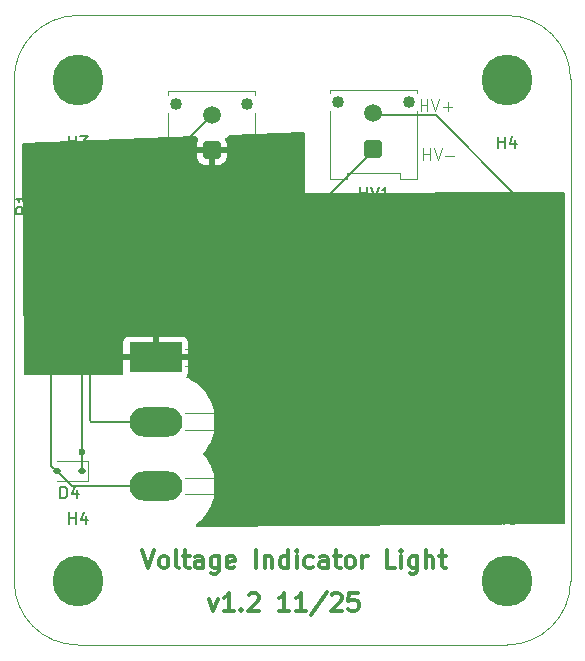
<source format=gbr>
%TF.GenerationSoftware,KiCad,Pcbnew,9.0.4*%
%TF.CreationDate,2025-11-13T15:22:34-08:00*%
%TF.ProjectId,VOLTAGE_INDICATOR_FINAL,564f4c54-4147-4455-9f49-4e4449434154,rev?*%
%TF.SameCoordinates,Original*%
%TF.FileFunction,Profile,NP*%
%FSLAX46Y46*%
G04 Gerber Fmt 4.6, Leading zero omitted, Abs format (unit mm)*
G04 Created by KiCad (PCBNEW 9.0.4) date 2025-11-13 15:22:34*
%MOMM*%
%LPD*%
G01*
G04 APERTURE LIST*
G04 Aperture macros list*
%AMRoundRect*
0 Rectangle with rounded corners*
0 $1 Rounding radius*
0 $2 $3 $4 $5 $6 $7 $8 $9 X,Y pos of 4 corners*
0 Add a 4 corners polygon primitive as box body*
4,1,4,$2,$3,$4,$5,$6,$7,$8,$9,$2,$3,0*
0 Add four circle primitives for the rounded corners*
1,1,$1+$1,$2,$3*
1,1,$1+$1,$4,$5*
1,1,$1+$1,$6,$7*
1,1,$1+$1,$8,$9*
0 Add four rect primitives between the rounded corners*
20,1,$1+$1,$2,$3,$4,$5,0*
20,1,$1+$1,$4,$5,$6,$7,0*
20,1,$1+$1,$6,$7,$8,$9,0*
20,1,$1+$1,$8,$9,$2,$3,0*%
G04 Aperture macros list end*
%TA.AperFunction,Profile*%
%ADD10C,0.050000*%
%TD*%
%TA.AperFunction,ComponentPad*%
%ADD11RoundRect,0.250001X0.499999X0.499999X-0.499999X0.499999X-0.499999X-0.499999X0.499999X-0.499999X0*%
%TD*%
%TA.AperFunction,ComponentPad*%
%ADD12C,1.500000*%
%TD*%
%TA.AperFunction,ComponentPad*%
%ADD13R,4.500000X2.500000*%
%TD*%
%TA.AperFunction,ComponentPad*%
%ADD14O,4.500000X2.500000*%
%TD*%
%TA.AperFunction,ViaPad*%
%ADD15C,0.600000*%
%TD*%
%TA.AperFunction,Conductor*%
%ADD16C,0.200000*%
%TD*%
%ADD17C,1.020000*%
%ADD18RoundRect,0.250001X0.499999X0.499999X-0.499999X0.499999X-0.499999X-0.499999X0.499999X-0.499999X0*%
%ADD19C,1.500000*%
%ADD20C,3.600000*%
%ADD21R,4.500000X2.500000*%
%ADD22O,4.500000X2.500000*%
%ADD23C,4.300000*%
%TA.AperFunction,SMDPad,CuDef*%
%ADD24RoundRect,0.250001X-0.462499X-0.624999X0.462499X-0.624999X0.462499X0.624999X-0.462499X0.624999X0*%
%TD*%
%TA.AperFunction,SMDPad,CuDef*%
%ADD25RoundRect,0.250001X-0.624999X0.462499X-0.624999X-0.462499X0.624999X-0.462499X0.624999X0.462499X0*%
%TD*%
%TA.AperFunction,SMDPad,CuDef*%
%ADD26RoundRect,0.250000X0.300000X0.300000X-0.300000X0.300000X-0.300000X-0.300000X0.300000X-0.300000X0*%
%TD*%
%TA.AperFunction,SMDPad,CuDef*%
%ADD27RoundRect,0.112500X0.187500X0.112500X-0.187500X0.112500X-0.187500X-0.112500X0.187500X-0.112500X0*%
%TD*%
%TA.AperFunction,SMDPad,CuDef*%
%ADD28RoundRect,0.150000X0.150000X0.200000X-0.150000X0.200000X-0.150000X-0.200000X0.150000X-0.200000X0*%
%TD*%
%TA.AperFunction,SMDPad,CuDef*%
%ADD29RoundRect,0.250000X0.450000X-0.350000X0.450000X0.350000X-0.450000X0.350000X-0.450000X-0.350000X0*%
%TD*%
%ADD30RoundRect,0.250001X-0.462499X-0.624999X0.462499X-0.624999X0.462499X0.624999X-0.462499X0.624999X0*%
%ADD31RoundRect,0.250001X-0.624999X0.462499X-0.624999X-0.462499X0.624999X-0.462499X0.624999X0.462499X0*%
%ADD32RoundRect,0.250000X0.300000X0.300000X-0.300000X0.300000X-0.300000X-0.300000X0.300000X-0.300000X0*%
%ADD33RoundRect,0.112500X0.187500X0.112500X-0.187500X0.112500X-0.187500X-0.112500X0.187500X-0.112500X0*%
%ADD34RoundRect,0.150000X0.150000X0.200000X-0.150000X0.200000X-0.150000X-0.200000X0.150000X-0.200000X0*%
%ADD35RoundRect,0.250000X0.450000X-0.350000X0.450000X0.350000X-0.450000X0.350000X-0.450000X-0.350000X0*%
%ADD36C,0.300000*%
%ADD37C,0.100000*%
%ADD38C,0.150000*%
%ADD39C,0.120000*%
G04 APERTURE END LIST*
D10*
X113270000Y-73490000D02*
G75*
G02*
X118670000Y-68090000I5400000J0D01*
G01*
X160370000Y-115990000D02*
G75*
G02*
X154970000Y-121390000I-5400000J0D01*
G01*
X154970000Y-68090000D02*
G75*
G02*
X160370000Y-73490000I0J-5400000D01*
G01*
X154970000Y-121390000D02*
X118670000Y-121390000D01*
X160370000Y-73490000D02*
X160370000Y-115990000D01*
X118670000Y-68090000D02*
X154970000Y-68090000D01*
X118670000Y-121390000D02*
G75*
G02*
X113270000Y-115990000I0J5400000D01*
G01*
X113270000Y-115990000D02*
X113270000Y-73490000D01*
D11*
%TO.P,HV1,1,Pin_1*%
%TO.N,/HV-*%
X143675000Y-79390000D03*
D12*
%TO.P,HV1,2,Pin_2*%
%TO.N,/HV+*%
X143675000Y-76390000D03*
%TD*%
D11*
%TO.P,LED1,1,Pin_1*%
%TO.N,/HV-_fused*%
X130000000Y-79500000D03*
D12*
%TO.P,LED1,2,Pin_2*%
%TO.N,/LED+*%
X130000000Y-76500000D03*
%TD*%
D13*
%TO.P,Q2,1,G*%
%TO.N,/HV-_fused*%
X125240000Y-97030000D03*
D14*
%TO.P,Q2,2,D*%
%TO.N,Net-(D3-A)*%
X125240000Y-102480000D03*
%TO.P,Q2,3,S*%
%TO.N,Net-(D4-A2)*%
X125240000Y-107930000D03*
%TD*%
D15*
%TO.N,/HV-_fused*%
X132925000Y-85325000D03*
X146150000Y-97225000D03*
X134750000Y-100425000D03*
X132925000Y-106875000D03*
X141525000Y-106900000D03*
X133800000Y-104525000D03*
X140350000Y-107825000D03*
X147600000Y-106675000D03*
X135200000Y-107850000D03*
X152925000Y-109800000D03*
X154025000Y-109800000D03*
X155475000Y-109800000D03*
X156550000Y-106825000D03*
X159350000Y-101750000D03*
X138675000Y-99550000D03*
X151550000Y-99100000D03*
X137300000Y-100425000D03*
X142775000Y-107700000D03*
X139175000Y-94125000D03*
X140075000Y-104500000D03*
X141075000Y-97225000D03*
X159200000Y-96350000D03*
X142700000Y-105825000D03*
X143925000Y-107675000D03*
X151625000Y-99975000D03*
X137500000Y-109750000D03*
X141075000Y-101475000D03*
X156000000Y-92975000D03*
X143300000Y-100075000D03*
X152950000Y-97175000D03*
X125225000Y-93250000D03*
X132675000Y-109775000D03*
X155400000Y-105850000D03*
X150175000Y-100975000D03*
X139825000Y-96275000D03*
X158200000Y-98825000D03*
X156750000Y-98175000D03*
X127300000Y-93250000D03*
X150725000Y-94000000D03*
X148400000Y-93000000D03*
X158975000Y-109950000D03*
X145050000Y-107675000D03*
X141675000Y-93050000D03*
X156500000Y-103050000D03*
X143925000Y-110750000D03*
X150200000Y-110725000D03*
X137300000Y-97175000D03*
X155250000Y-103000000D03*
X142775000Y-106700000D03*
X129925000Y-98200000D03*
X143300000Y-99075000D03*
X139825000Y-100425000D03*
X133625000Y-98175000D03*
X157800000Y-108850000D03*
X143625000Y-97225000D03*
X142525000Y-98225000D03*
X128475000Y-98200000D03*
X154200000Y-98175000D03*
X137225000Y-99550000D03*
X154125000Y-96300000D03*
X147525000Y-105800000D03*
X158275000Y-101700000D03*
X158900000Y-107000000D03*
X130950000Y-95325000D03*
X144975000Y-105800000D03*
X147875000Y-98175000D03*
X138750000Y-97175000D03*
X141675000Y-94050000D03*
X143625000Y-98225000D03*
X134000000Y-106875000D03*
X133950000Y-94075000D03*
X138675000Y-95300000D03*
X149050000Y-109750000D03*
X156675000Y-95300000D03*
X134750000Y-101425000D03*
X151625000Y-104000000D03*
X158125000Y-95300000D03*
X150125000Y-108850000D03*
X145000000Y-96350000D03*
X159275000Y-98825000D03*
X151600000Y-105550000D03*
X152850000Y-105850000D03*
X148975000Y-103025000D03*
X155325000Y-104975000D03*
X147900000Y-100000000D03*
X133550000Y-97200000D03*
X150125000Y-109750000D03*
X158275000Y-99875000D03*
X153025000Y-98150000D03*
X152725000Y-103000000D03*
X145000000Y-95350000D03*
X130575000Y-94225000D03*
X138850000Y-102650000D03*
X143850000Y-108875000D03*
X158975000Y-94075000D03*
X146700000Y-98975000D03*
X139900000Y-101400000D03*
X152850000Y-107925000D03*
X149250000Y-96300000D03*
X154175000Y-100975000D03*
X155250000Y-102100000D03*
X153000000Y-92975000D03*
X142775000Y-110775000D03*
X157875000Y-93000000D03*
X140275000Y-94125000D03*
X131025000Y-97200000D03*
X149050000Y-110750000D03*
X156425000Y-102175000D03*
X144975000Y-108875000D03*
X155250000Y-99075000D03*
X149475000Y-93000000D03*
X137475000Y-103525000D03*
X155325000Y-100950000D03*
X144475000Y-93000000D03*
X134875000Y-108875000D03*
X142700000Y-108900000D03*
X139200000Y-106850000D03*
X156475000Y-104950000D03*
X126200000Y-94250000D03*
X158200000Y-97175000D03*
X132650000Y-104550000D03*
X147600000Y-109750000D03*
X148975000Y-108875000D03*
X151675000Y-108500000D03*
X136125000Y-95300000D03*
X155575000Y-95300000D03*
X135400000Y-93075000D03*
X142775000Y-109775000D03*
X140000000Y-103525000D03*
X146500000Y-106675000D03*
X149550000Y-93975000D03*
X132475000Y-100450000D03*
X150175000Y-99975000D03*
X151675000Y-107425000D03*
X158300000Y-102375000D03*
X151900000Y-92975000D03*
X133475000Y-95325000D03*
X132400000Y-95325000D03*
X147600000Y-110750000D03*
X146500000Y-109750000D03*
X128300000Y-94250000D03*
X134750000Y-98175000D03*
X132575000Y-102675000D03*
X134000000Y-105975000D03*
X159275000Y-99875000D03*
X157800000Y-109850000D03*
X152725000Y-99975000D03*
X138750000Y-100425000D03*
X147825000Y-102150000D03*
X141175000Y-102700000D03*
X152875000Y-95300000D03*
X132475000Y-97200000D03*
X135400000Y-94075000D03*
X128400000Y-95325000D03*
X151625000Y-100975000D03*
X127300000Y-94250000D03*
X136650000Y-106850000D03*
X117750000Y-87000000D03*
X134675000Y-96300000D03*
X142525000Y-97225000D03*
X159300000Y-98050000D03*
X150175000Y-104000000D03*
X133950000Y-93075000D03*
X136300000Y-102650000D03*
X136400000Y-109750000D03*
X137675000Y-105975000D03*
X135200000Y-106850000D03*
X139825000Y-97175000D03*
X134850000Y-102650000D03*
X146425000Y-105800000D03*
X131025000Y-98200000D03*
X150725000Y-93000000D03*
X140275000Y-105950000D03*
X152925000Y-108800000D03*
X150175000Y-103000000D03*
X143850000Y-109775000D03*
X141525000Y-107900000D03*
X140275000Y-93125000D03*
X146425000Y-108875000D03*
X152650000Y-102125000D03*
X150100000Y-99100000D03*
X153975000Y-93975000D03*
X147525000Y-108875000D03*
X156750000Y-97175000D03*
X157725000Y-106900000D03*
X136375000Y-104525000D03*
X153950000Y-107925000D03*
X151750000Y-109375000D03*
X157075000Y-92975000D03*
X148400000Y-94000000D03*
X133750000Y-109775000D03*
X146500000Y-110750000D03*
X153875000Y-104975000D03*
X145925000Y-94000000D03*
X151550000Y-102125000D03*
X141250000Y-104575000D03*
X155475000Y-108800000D03*
X132600000Y-108900000D03*
X157725000Y-105900000D03*
X134950000Y-109750000D03*
X132400000Y-99575000D03*
X147025000Y-94000000D03*
X145050000Y-106675000D03*
X133725000Y-102650000D03*
X133725000Y-103550000D03*
X154200000Y-97175000D03*
X158225000Y-98000000D03*
X154175000Y-99975000D03*
X142200000Y-100075000D03*
X145075000Y-97225000D03*
X137750000Y-106850000D03*
X156475000Y-105850000D03*
X152725000Y-104000000D03*
X154100000Y-99100000D03*
X132850000Y-93075000D03*
X132675000Y-110775000D03*
X155650000Y-98175000D03*
X130575000Y-93225000D03*
X153950000Y-106850000D03*
X146700000Y-99975000D03*
X138925000Y-103525000D03*
X149050000Y-104000000D03*
X158950000Y-93050000D03*
X138675000Y-96300000D03*
X157725000Y-107975000D03*
X159275000Y-97175000D03*
X153000000Y-93975000D03*
X156550000Y-108800000D03*
X136200000Y-100425000D03*
X141000000Y-99600000D03*
X136325000Y-108875000D03*
X134675000Y-99550000D03*
X150125000Y-105775000D03*
X156500000Y-100025000D03*
X153975000Y-92975000D03*
X136400000Y-110750000D03*
X137725000Y-93125000D03*
X151875000Y-98175000D03*
X125225000Y-94250000D03*
X142450000Y-96350000D03*
X145600000Y-99975000D03*
X137500000Y-110750000D03*
X158125000Y-96300000D03*
X137225000Y-96300000D03*
X126200000Y-93250000D03*
X129850000Y-95325000D03*
X150100000Y-102125000D03*
X133550000Y-96300000D03*
X137475000Y-104525000D03*
X151900000Y-93975000D03*
X155575000Y-96300000D03*
X154125000Y-95300000D03*
X138875000Y-108875000D03*
X153950000Y-105850000D03*
X151800000Y-96300000D03*
X151800000Y-95300000D03*
X146500000Y-107675000D03*
X137300000Y-98175000D03*
X147600000Y-107675000D03*
X143550000Y-95350000D03*
X148975000Y-99100000D03*
X128475000Y-97200000D03*
X151750000Y-110375000D03*
X151875000Y-97175000D03*
X145050000Y-109750000D03*
X145600000Y-98975000D03*
X150425000Y-97175000D03*
X140025000Y-108850000D03*
X139125000Y-105975000D03*
X136200000Y-98175000D03*
X138925000Y-104525000D03*
X152775000Y-104975000D03*
X141275000Y-109800000D03*
X156675000Y-96300000D03*
X149050000Y-106675000D03*
X139825000Y-99525000D03*
X148975000Y-105800000D03*
X132850000Y-94075000D03*
X132475000Y-101450000D03*
X139175000Y-93125000D03*
X139900000Y-98150000D03*
X132650000Y-103550000D03*
X156425000Y-99150000D03*
X157650000Y-105025000D03*
X150200000Y-107650000D03*
X129925000Y-97200000D03*
X133750000Y-108875000D03*
X149250000Y-95300000D03*
X145925000Y-93000000D03*
X155050000Y-94025000D03*
X158825000Y-105125000D03*
X141250000Y-103575000D03*
X145050000Y-110750000D03*
X135125000Y-105975000D03*
X130950000Y-96325000D03*
X150125000Y-106675000D03*
X141075000Y-98225000D03*
X136200000Y-97175000D03*
X154175000Y-104000000D03*
X158975000Y-108950000D03*
X134075000Y-107850000D03*
X150350000Y-95300000D03*
X132400000Y-96325000D03*
X141200000Y-108925000D03*
X151675000Y-106425000D03*
X155400000Y-107925000D03*
X148975000Y-100000000D03*
X158300000Y-104200000D03*
X148975000Y-102125000D03*
X155050000Y-92975000D03*
X138950000Y-110750000D03*
X149325000Y-98175000D03*
X137225000Y-95300000D03*
X136475000Y-93075000D03*
X150425000Y-98175000D03*
X155400000Y-106850000D03*
X140275000Y-106850000D03*
X152725000Y-100975000D03*
X159375000Y-104250000D03*
X154025000Y-108800000D03*
X133550000Y-100450000D03*
X129375000Y-93250000D03*
X157900000Y-94025000D03*
X147900000Y-101000000D03*
X145075000Y-98225000D03*
X134925000Y-103525000D03*
X137725000Y-94125000D03*
X137400000Y-102650000D03*
X129850000Y-96325000D03*
X159375000Y-103200000D03*
X142750000Y-93050000D03*
X156500000Y-101025000D03*
X140000000Y-102625000D03*
X147800000Y-95300000D03*
X143850000Y-106700000D03*
X152650000Y-99100000D03*
X133550000Y-99550000D03*
X156000000Y-93975000D03*
X159350000Y-100700000D03*
X137425000Y-108875000D03*
X133625000Y-101425000D03*
X147800000Y-96300000D03*
X159200000Y-95300000D03*
X136125000Y-96300000D03*
X134950000Y-110750000D03*
X136125000Y-99550000D03*
X136200000Y-101425000D03*
X147875000Y-97175000D03*
X144475000Y-94000000D03*
X132475000Y-98200000D03*
X142200000Y-99075000D03*
X140025000Y-109750000D03*
X128400000Y-96325000D03*
X154100000Y-102125000D03*
X158300000Y-103200000D03*
X140100000Y-110725000D03*
X158900000Y-108075000D03*
X146150000Y-96325000D03*
X151625000Y-103000000D03*
X143550000Y-96350000D03*
X154175000Y-103000000D03*
X149050000Y-100975000D03*
X139750000Y-95300000D03*
X136375000Y-103525000D03*
X139200000Y-107850000D03*
X134750000Y-97175000D03*
X134925000Y-104525000D03*
X142825000Y-94025000D03*
X137750000Y-107850000D03*
X141450000Y-106025000D03*
X149050000Y-107675000D03*
X156500000Y-104050000D03*
X138950000Y-109750000D03*
X157075000Y-94025000D03*
X155250000Y-99975000D03*
X136550000Y-94050000D03*
X141075000Y-100475000D03*
X129450000Y-94225000D03*
X155325000Y-103975000D03*
X136575000Y-105975000D03*
X155650000Y-97175000D03*
X128300000Y-93250000D03*
X158275000Y-100700000D03*
X147900000Y-103025000D03*
X132850000Y-106000000D03*
X152950000Y-96275000D03*
X158900000Y-106000000D03*
X141275000Y-110800000D03*
X134675000Y-95300000D03*
X156550000Y-107900000D03*
X146075000Y-95350000D03*
X141000000Y-95350000D03*
X141000000Y-96350000D03*
X159300000Y-102375000D03*
X152850000Y-106850000D03*
X143850000Y-105800000D03*
X147025000Y-93000000D03*
X118975000Y-105050000D03*
X146225000Y-98200000D03*
X150350000Y-96300000D03*
X147900000Y-104025000D03*
X137300000Y-101425000D03*
X156625000Y-109775000D03*
X138750000Y-98175000D03*
X136650000Y-107850000D03*
X147825000Y-99125000D03*
X138750000Y-101425000D03*
X133825000Y-110750000D03*
X149325000Y-97175000D03*
X132925000Y-107875000D03*
X142450000Y-95350000D03*
%TD*%
D16*
%TO.N,/HV-_fused*%
X130000000Y-79500000D02*
X130000000Y-80140000D01*
X118975000Y-105050000D02*
X118975000Y-98025000D01*
X125240000Y-96960000D02*
X125240000Y-97030000D01*
X134160000Y-84800000D02*
X134160000Y-85090000D01*
%TD*%
%TA.AperFunction,Conductor*%
%TO.N,/HV-_fused*%
G36*
X137797240Y-77973905D02*
G01*
X137845116Y-78024794D01*
X137858523Y-78080732D01*
X137864354Y-83139766D01*
X137864354Y-83139765D01*
X137864355Y-83139767D01*
X159744946Y-83040871D01*
X159812067Y-83060252D01*
X159858060Y-83112848D01*
X159869500Y-83164869D01*
X159869500Y-111053227D01*
X159849815Y-111120266D01*
X159797011Y-111166021D01*
X159759893Y-111174218D01*
X130900000Y-111107903D01*
X130882416Y-102345602D01*
X143049500Y-102345602D01*
X143049500Y-102614397D01*
X143084582Y-102880880D01*
X143084583Y-102880885D01*
X143084584Y-102880891D01*
X143084585Y-102880893D01*
X143154152Y-103140524D01*
X143257011Y-103388850D01*
X143257019Y-103388866D01*
X143337830Y-103528832D01*
X143391413Y-103621641D01*
X143391415Y-103621644D01*
X143391416Y-103621645D01*
X143555042Y-103834888D01*
X143555048Y-103834895D01*
X143745104Y-104024951D01*
X143745110Y-104024956D01*
X143958359Y-104188587D01*
X144107968Y-104274964D01*
X144191133Y-104322980D01*
X144191149Y-104322988D01*
X144346008Y-104387132D01*
X144439474Y-104425847D01*
X144699109Y-104495416D01*
X144887319Y-104520193D01*
X144965602Y-104530500D01*
X144965603Y-104530500D01*
X145234398Y-104530500D01*
X145294905Y-104522534D01*
X145500891Y-104495416D01*
X145760526Y-104425847D01*
X145987836Y-104331692D01*
X146008850Y-104322988D01*
X146008853Y-104322986D01*
X146008859Y-104322984D01*
X146241641Y-104188587D01*
X146454890Y-104024956D01*
X146644956Y-103834890D01*
X146808587Y-103621641D01*
X146942984Y-103388859D01*
X147045847Y-103140526D01*
X147115416Y-102880891D01*
X147150500Y-102614397D01*
X147150500Y-102345603D01*
X147115416Y-102079109D01*
X147045847Y-101819474D01*
X147000795Y-101710710D01*
X146942988Y-101571149D01*
X146942980Y-101571133D01*
X146853743Y-101416572D01*
X146808587Y-101338359D01*
X146644956Y-101125110D01*
X146644951Y-101125104D01*
X146454895Y-100935048D01*
X146454888Y-100935042D01*
X146241645Y-100771416D01*
X146241644Y-100771415D01*
X146241641Y-100771413D01*
X146148832Y-100717830D01*
X146008866Y-100637019D01*
X146008850Y-100637011D01*
X145760524Y-100534152D01*
X145630708Y-100499368D01*
X145500891Y-100464584D01*
X145500885Y-100464583D01*
X145500880Y-100464582D01*
X145234398Y-100429500D01*
X145234397Y-100429500D01*
X144965603Y-100429500D01*
X144965602Y-100429500D01*
X144699119Y-100464582D01*
X144699112Y-100464583D01*
X144699109Y-100464584D01*
X144644239Y-100479286D01*
X144439475Y-100534152D01*
X144191149Y-100637011D01*
X144191133Y-100637019D01*
X143958354Y-100771416D01*
X143745111Y-100935042D01*
X143745104Y-100935048D01*
X143555048Y-101125104D01*
X143555042Y-101125111D01*
X143391416Y-101338354D01*
X143257019Y-101571133D01*
X143257011Y-101571149D01*
X143154152Y-101819475D01*
X143084585Y-102079106D01*
X143084582Y-102079119D01*
X143049500Y-102345602D01*
X130882416Y-102345602D01*
X130875000Y-98650000D01*
X127857765Y-98623060D01*
X127933350Y-98522093D01*
X127933354Y-98522086D01*
X127983596Y-98387379D01*
X127983598Y-98387372D01*
X127989999Y-98327844D01*
X127990000Y-98327827D01*
X127990000Y-97280000D01*
X125948241Y-97280000D01*
X125961178Y-97248767D01*
X125990000Y-97103869D01*
X125990000Y-96956131D01*
X125961178Y-96811233D01*
X125948241Y-96780000D01*
X127990000Y-96780000D01*
X127990000Y-95732172D01*
X127989999Y-95732155D01*
X127983598Y-95672627D01*
X127983596Y-95672620D01*
X127933354Y-95537913D01*
X127933350Y-95537906D01*
X127847190Y-95422812D01*
X127847187Y-95422809D01*
X127732093Y-95336649D01*
X127732086Y-95336645D01*
X127597379Y-95286403D01*
X127597372Y-95286401D01*
X127537844Y-95280000D01*
X125490000Y-95280000D01*
X125490000Y-96321759D01*
X125458767Y-96308822D01*
X125313869Y-96280000D01*
X125166131Y-96280000D01*
X125021233Y-96308822D01*
X124990000Y-96321759D01*
X124990000Y-95280000D01*
X122942155Y-95280000D01*
X122882627Y-95286401D01*
X122882620Y-95286403D01*
X122747913Y-95336645D01*
X122747906Y-95336649D01*
X122632812Y-95422809D01*
X122632809Y-95422812D01*
X122546649Y-95537906D01*
X122546645Y-95537913D01*
X122496403Y-95672620D01*
X122496401Y-95672627D01*
X122490000Y-95732155D01*
X122490000Y-96780000D01*
X124531759Y-96780000D01*
X124518822Y-96811233D01*
X124490000Y-96956131D01*
X124490000Y-97103869D01*
X124518822Y-97248767D01*
X124531759Y-97280000D01*
X122490000Y-97280000D01*
X122490000Y-98327844D01*
X122496401Y-98387372D01*
X122496404Y-98387383D01*
X122503676Y-98406881D01*
X122508660Y-98476573D01*
X122475174Y-98537896D01*
X122413850Y-98571380D01*
X122386387Y-98574208D01*
X114196798Y-98501087D01*
X114129937Y-98480805D01*
X114084655Y-98427594D01*
X114073910Y-98378204D01*
X113901074Y-79052400D01*
X113920158Y-78985188D01*
X113972551Y-78938963D01*
X114019995Y-78927396D01*
X128602062Y-78330559D01*
X128622182Y-78335583D01*
X128642928Y-78335734D01*
X128662053Y-78345538D01*
X128669845Y-78347484D01*
X128674925Y-78350629D01*
X128678865Y-78353202D01*
X128733644Y-78395235D01*
X128816431Y-78443032D01*
X128819270Y-78444886D01*
X128839833Y-78468969D01*
X128861688Y-78491890D01*
X128862354Y-78495345D01*
X128864639Y-78498022D01*
X128868916Y-78529393D01*
X128874912Y-78560497D01*
X128873664Y-78564212D01*
X128874079Y-78567251D01*
X128868931Y-78578309D01*
X128857012Y-78613808D01*
X128815643Y-78680876D01*
X128815641Y-78680881D01*
X128760494Y-78847303D01*
X128760493Y-78847310D01*
X128750000Y-78950014D01*
X128750000Y-79250000D01*
X129555440Y-79250000D01*
X129524755Y-79303147D01*
X129490000Y-79432857D01*
X129490000Y-79567143D01*
X129524755Y-79696853D01*
X129555440Y-79750000D01*
X128750000Y-79750000D01*
X128750000Y-80049985D01*
X128760493Y-80152689D01*
X128760494Y-80152696D01*
X128815641Y-80319118D01*
X128815643Y-80319123D01*
X128907684Y-80468344D01*
X129031655Y-80592315D01*
X129180876Y-80684356D01*
X129180881Y-80684358D01*
X129347303Y-80739505D01*
X129347310Y-80739506D01*
X129450014Y-80749999D01*
X129450027Y-80750000D01*
X129750000Y-80750000D01*
X129750000Y-79944560D01*
X129803147Y-79975245D01*
X129932857Y-80010000D01*
X130067143Y-80010000D01*
X130196853Y-79975245D01*
X130250000Y-79944560D01*
X130250000Y-80750000D01*
X130549973Y-80750000D01*
X130549985Y-80749999D01*
X130652689Y-80739506D01*
X130652696Y-80739505D01*
X130819118Y-80684358D01*
X130819123Y-80684356D01*
X130968344Y-80592315D01*
X131092315Y-80468344D01*
X131184356Y-80319123D01*
X131184358Y-80319118D01*
X131239505Y-80152696D01*
X131239506Y-80152689D01*
X131249999Y-80049985D01*
X131250000Y-80049972D01*
X131250000Y-79750000D01*
X130444560Y-79750000D01*
X130475245Y-79696853D01*
X130510000Y-79567143D01*
X130510000Y-79432857D01*
X130475245Y-79303147D01*
X130444560Y-79250000D01*
X131250000Y-79250000D01*
X131250000Y-78950027D01*
X131249999Y-78950014D01*
X131239506Y-78847310D01*
X131239505Y-78847303D01*
X131184358Y-78680881D01*
X131184355Y-78680874D01*
X131142988Y-78613809D01*
X131124547Y-78546416D01*
X131145469Y-78479753D01*
X131186523Y-78441326D01*
X131266356Y-78395235D01*
X131474351Y-78235634D01*
X131539520Y-78210441D01*
X131544716Y-78210118D01*
X137729454Y-77956979D01*
X137797240Y-77973905D01*
G37*
%TD.AperFunction*%
%TD*%
%TA.AperFunction,Conductor*%
%TO.N,/HV-_fused*%
G36*
X130875000Y-98650000D02*
G01*
X130900000Y-111107903D01*
X159759893Y-111174218D01*
X159746280Y-111177225D01*
X128768395Y-111372190D01*
X128701233Y-111352927D01*
X128655147Y-111300412D01*
X128644769Y-111231318D01*
X128673393Y-111167581D01*
X128688938Y-111152350D01*
X128959396Y-110930391D01*
X129240391Y-110649396D01*
X129492491Y-110342212D01*
X129713267Y-110011796D01*
X129900594Y-109661332D01*
X130052668Y-109294194D01*
X130168023Y-108913919D01*
X130245550Y-108524167D01*
X130284500Y-108128694D01*
X130284500Y-107731306D01*
X130245550Y-107335833D01*
X130168023Y-106946081D01*
X130052668Y-106565806D01*
X129900594Y-106198668D01*
X129713267Y-105848204D01*
X129713256Y-105848187D01*
X129492503Y-105517805D01*
X129492496Y-105517795D01*
X129492491Y-105517788D01*
X129300349Y-105283663D01*
X129273037Y-105219355D01*
X129284828Y-105150488D01*
X129300347Y-105126339D01*
X129492491Y-104892212D01*
X129713267Y-104561796D01*
X129900594Y-104211332D01*
X130052668Y-103844194D01*
X130168023Y-103463919D01*
X130245550Y-103074167D01*
X130284500Y-102678694D01*
X130284500Y-102281306D01*
X130245550Y-101885833D01*
X130168023Y-101496081D01*
X130052668Y-101115806D01*
X129900594Y-100748668D01*
X129840916Y-100637019D01*
X129713273Y-100398215D01*
X129713271Y-100398213D01*
X129713267Y-100398204D01*
X129713256Y-100398187D01*
X129492503Y-100067805D01*
X129492496Y-100067795D01*
X129492491Y-100067788D01*
X129240391Y-99760604D01*
X129240390Y-99760603D01*
X129240386Y-99760598D01*
X128959401Y-99479613D01*
X128652217Y-99227513D01*
X128652194Y-99227496D01*
X128321812Y-99006743D01*
X128321784Y-99006726D01*
X127971339Y-98819409D01*
X127971323Y-98819402D01*
X127919924Y-98798111D01*
X127865521Y-98754270D01*
X127843457Y-98687975D01*
X127860021Y-98623080D01*
X130875000Y-98650000D01*
G37*
%TD.AperFunction*%
%TD*%
D17*
%TO.C,HV1*%
X146675000Y-75450000D03*
X140675000Y-75450000D03*
D18*
X143675000Y-79390000D03*
D19*
X143675000Y-76390000D03*
%TD*%
D17*
%TO.C,LED1*%
X133000000Y-75560000D03*
X127000000Y-75560000D03*
D18*
X130000000Y-79500000D03*
D19*
X130000000Y-76500000D03*
%TD*%
D20*
%TO.C,Q2*%
X145100000Y-102480000D03*
D21*
X125240000Y-97030000D03*
D22*
X125240000Y-102480000D03*
X125240000Y-107930000D03*
%TD*%
D23*
%TO.C,H3*%
X118679999Y-73530000D03*
%TD*%
%TO.C,H4*%
X118669999Y-115990001D03*
%TD*%
%TO.C,H4*%
X154980001Y-73590000D03*
%TD*%
%TO.C,H3*%
X154970001Y-115990001D03*
%TD*%
D24*
%TO.P,F2,1*%
%TO.N,/HV-_fused*%
X135137500Y-85350000D03*
%TO.P,F2,2*%
%TO.N,/HV-*%
X138112500Y-85350000D03*
%TD*%
D25*
%TO.P,F1,1*%
%TO.N,/HV+*%
X155700000Y-84312500D03*
%TO.P,F1,2*%
%TO.N,/HV+_fused*%
X155700000Y-87287500D03*
%TD*%
D26*
%TO.P,D3,1,K*%
%TO.N,/HV+_fused*%
X150875000Y-88475000D03*
%TO.P,D3,2,A*%
%TO.N,Net-(D3-A)*%
X148075000Y-88475000D03*
%TD*%
D27*
%TO.P,D4,1,A1*%
%TO.N,/HV-_fused*%
X118975000Y-106675000D03*
%TO.P,D4,2,A2*%
%TO.N,Net-(D4-A2)*%
X116875000Y-106675000D03*
%TD*%
D28*
%TO.P,D5,1,K*%
%TO.N,Net-(D4-A2)*%
X116400000Y-88500000D03*
%TO.P,D5,2,A*%
%TO.N,/HV-_fused*%
X117800000Y-88500000D03*
%TD*%
D11*
%TO.P,HV1,1,Pin_1*%
%TO.N,/HV-*%
X143675000Y-79390000D03*
D12*
%TO.P,HV1,2,Pin_2*%
%TO.N,/HV+*%
X143675000Y-76390000D03*
%TD*%
D11*
%TO.P,LED1,1,Pin_1*%
%TO.N,/HV-_fused*%
X130000000Y-79500000D03*
D12*
%TO.P,LED1,2,Pin_2*%
%TO.N,/LED+*%
X130000000Y-76500000D03*
%TD*%
D13*
%TO.P,Q2,1,G*%
%TO.N,/HV-_fused*%
X125240000Y-97030000D03*
D14*
%TO.P,Q2,2,D*%
%TO.N,Net-(D3-A)*%
X125240000Y-102480000D03*
%TO.P,Q2,3,S*%
%TO.N,Net-(D4-A2)*%
X125240000Y-107930000D03*
%TD*%
D29*
%TO.P,R1,1*%
%TO.N,Net-(D4-A2)*%
X117125000Y-85125000D03*
%TO.P,R1,2*%
%TO.N,/LED+*%
X117125000Y-83125000D03*
%TD*%
D15*
%TO.N,/HV-_fused*%
X132925000Y-85325000D03*
X146150000Y-97225000D03*
X134750000Y-100425000D03*
X132925000Y-106875000D03*
X141525000Y-106900000D03*
X133800000Y-104525000D03*
X140350000Y-107825000D03*
X147600000Y-106675000D03*
X135200000Y-107850000D03*
X152925000Y-109800000D03*
X154025000Y-109800000D03*
X155475000Y-109800000D03*
X156550000Y-106825000D03*
X159350000Y-101750000D03*
X138675000Y-99550000D03*
X151550000Y-99100000D03*
X137300000Y-100425000D03*
X142775000Y-107700000D03*
X139175000Y-94125000D03*
X140075000Y-104500000D03*
X141075000Y-97225000D03*
X159200000Y-96350000D03*
X142700000Y-105825000D03*
X143925000Y-107675000D03*
X151625000Y-99975000D03*
X137500000Y-109750000D03*
X141075000Y-101475000D03*
X156000000Y-92975000D03*
X143300000Y-100075000D03*
X152950000Y-97175000D03*
X125225000Y-93250000D03*
X132675000Y-109775000D03*
X155400000Y-105850000D03*
X150175000Y-100975000D03*
X139825000Y-96275000D03*
X158200000Y-98825000D03*
X156750000Y-98175000D03*
X127300000Y-93250000D03*
X150725000Y-94000000D03*
X148400000Y-93000000D03*
X158975000Y-109950000D03*
X145050000Y-107675000D03*
X141675000Y-93050000D03*
X156500000Y-103050000D03*
X143925000Y-110750000D03*
X150200000Y-110725000D03*
X137300000Y-97175000D03*
X155250000Y-103000000D03*
X142775000Y-106700000D03*
X129925000Y-98200000D03*
X143300000Y-99075000D03*
X139825000Y-100425000D03*
X133625000Y-98175000D03*
X157800000Y-108850000D03*
X143625000Y-97225000D03*
X142525000Y-98225000D03*
X128475000Y-98200000D03*
X154200000Y-98175000D03*
X137225000Y-99550000D03*
X154125000Y-96300000D03*
X147525000Y-105800000D03*
X158275000Y-101700000D03*
X158900000Y-107000000D03*
X130950000Y-95325000D03*
X144975000Y-105800000D03*
X147875000Y-98175000D03*
X138750000Y-97175000D03*
X141675000Y-94050000D03*
X143625000Y-98225000D03*
X134000000Y-106875000D03*
X133950000Y-94075000D03*
X138675000Y-95300000D03*
X149050000Y-109750000D03*
X156675000Y-95300000D03*
X134750000Y-101425000D03*
X151625000Y-104000000D03*
X158125000Y-95300000D03*
X150125000Y-108850000D03*
X145000000Y-96350000D03*
X159275000Y-98825000D03*
X151600000Y-105550000D03*
X152850000Y-105850000D03*
X148975000Y-103025000D03*
X155325000Y-104975000D03*
X147900000Y-100000000D03*
X133550000Y-97200000D03*
X150125000Y-109750000D03*
X158275000Y-99875000D03*
X153025000Y-98150000D03*
X152725000Y-103000000D03*
X145000000Y-95350000D03*
X130575000Y-94225000D03*
X138850000Y-102650000D03*
X143850000Y-108875000D03*
X158975000Y-94075000D03*
X146700000Y-98975000D03*
X139900000Y-101400000D03*
X152850000Y-107925000D03*
X149250000Y-96300000D03*
X154175000Y-100975000D03*
X155250000Y-102100000D03*
X153000000Y-92975000D03*
X142775000Y-110775000D03*
X157875000Y-93000000D03*
X140275000Y-94125000D03*
X131025000Y-97200000D03*
X149050000Y-110750000D03*
X156425000Y-102175000D03*
X144975000Y-108875000D03*
X155250000Y-99075000D03*
X149475000Y-93000000D03*
X137475000Y-103525000D03*
X155325000Y-100950000D03*
X144475000Y-93000000D03*
X134875000Y-108875000D03*
X142700000Y-108900000D03*
X139200000Y-106850000D03*
X156475000Y-104950000D03*
X126200000Y-94250000D03*
X158200000Y-97175000D03*
X132650000Y-104550000D03*
X147600000Y-109750000D03*
X148975000Y-108875000D03*
X151675000Y-108500000D03*
X136125000Y-95300000D03*
X155575000Y-95300000D03*
X135400000Y-93075000D03*
X142775000Y-109775000D03*
X140000000Y-103525000D03*
X146500000Y-106675000D03*
X149550000Y-93975000D03*
X132475000Y-100450000D03*
X150175000Y-99975000D03*
X151675000Y-107425000D03*
X158300000Y-102375000D03*
X151900000Y-92975000D03*
X133475000Y-95325000D03*
X132400000Y-95325000D03*
X147600000Y-110750000D03*
X146500000Y-109750000D03*
X128300000Y-94250000D03*
X134750000Y-98175000D03*
X132575000Y-102675000D03*
X134000000Y-105975000D03*
X159275000Y-99875000D03*
X157800000Y-109850000D03*
X152725000Y-99975000D03*
X138750000Y-100425000D03*
X147825000Y-102150000D03*
X141175000Y-102700000D03*
X152875000Y-95300000D03*
X132475000Y-97200000D03*
X135400000Y-94075000D03*
X128400000Y-95325000D03*
X151625000Y-100975000D03*
X127300000Y-94250000D03*
X136650000Y-106850000D03*
X117750000Y-87000000D03*
X134675000Y-96300000D03*
X142525000Y-97225000D03*
X159300000Y-98050000D03*
X150175000Y-104000000D03*
X133950000Y-93075000D03*
X136300000Y-102650000D03*
X136400000Y-109750000D03*
X137675000Y-105975000D03*
X135200000Y-106850000D03*
X139825000Y-97175000D03*
X134850000Y-102650000D03*
X146425000Y-105800000D03*
X131025000Y-98200000D03*
X150725000Y-93000000D03*
X140275000Y-105950000D03*
X152925000Y-108800000D03*
X150175000Y-103000000D03*
X143850000Y-109775000D03*
X141525000Y-107900000D03*
X140275000Y-93125000D03*
X146425000Y-108875000D03*
X152650000Y-102125000D03*
X150100000Y-99100000D03*
X153975000Y-93975000D03*
X147525000Y-108875000D03*
X156750000Y-97175000D03*
X157725000Y-106900000D03*
X136375000Y-104525000D03*
X153950000Y-107925000D03*
X151750000Y-109375000D03*
X157075000Y-92975000D03*
X148400000Y-94000000D03*
X133750000Y-109775000D03*
X146500000Y-110750000D03*
X153875000Y-104975000D03*
X145925000Y-94000000D03*
X151550000Y-102125000D03*
X141250000Y-104575000D03*
X155475000Y-108800000D03*
X132600000Y-108900000D03*
X157725000Y-105900000D03*
X134950000Y-109750000D03*
X132400000Y-99575000D03*
X147025000Y-94000000D03*
X145050000Y-106675000D03*
X133725000Y-102650000D03*
X133725000Y-103550000D03*
X154200000Y-97175000D03*
X158225000Y-98000000D03*
X154175000Y-99975000D03*
X142200000Y-100075000D03*
X145075000Y-97225000D03*
X137750000Y-106850000D03*
X156475000Y-105850000D03*
X152725000Y-104000000D03*
X154100000Y-99100000D03*
X132850000Y-93075000D03*
X132675000Y-110775000D03*
X155650000Y-98175000D03*
X130575000Y-93225000D03*
X153950000Y-106850000D03*
X146700000Y-99975000D03*
X138925000Y-103525000D03*
X149050000Y-104000000D03*
X158950000Y-93050000D03*
X138675000Y-96300000D03*
X157725000Y-107975000D03*
X159275000Y-97175000D03*
X153000000Y-93975000D03*
X156550000Y-108800000D03*
X136200000Y-100425000D03*
X141000000Y-99600000D03*
X136325000Y-108875000D03*
X134675000Y-99550000D03*
X150125000Y-105775000D03*
X156500000Y-100025000D03*
X153975000Y-92975000D03*
X136400000Y-110750000D03*
X137725000Y-93125000D03*
X151875000Y-98175000D03*
X125225000Y-94250000D03*
X142450000Y-96350000D03*
X145600000Y-99975000D03*
X137500000Y-110750000D03*
X158125000Y-96300000D03*
X137225000Y-96300000D03*
X126200000Y-93250000D03*
X129850000Y-95325000D03*
X150100000Y-102125000D03*
X133550000Y-96300000D03*
X137475000Y-104525000D03*
X151900000Y-93975000D03*
X155575000Y-96300000D03*
X154125000Y-95300000D03*
X138875000Y-108875000D03*
X153950000Y-105850000D03*
X151800000Y-96300000D03*
X151800000Y-95300000D03*
X146500000Y-107675000D03*
X137300000Y-98175000D03*
X147600000Y-107675000D03*
X143550000Y-95350000D03*
X148975000Y-99100000D03*
X128475000Y-97200000D03*
X151750000Y-110375000D03*
X151875000Y-97175000D03*
X145050000Y-109750000D03*
X145600000Y-98975000D03*
X150425000Y-97175000D03*
X140025000Y-108850000D03*
X139125000Y-105975000D03*
X136200000Y-98175000D03*
X138925000Y-104525000D03*
X152775000Y-104975000D03*
X141275000Y-109800000D03*
X156675000Y-96300000D03*
X149050000Y-106675000D03*
X139825000Y-99525000D03*
X148975000Y-105800000D03*
X132850000Y-94075000D03*
X132475000Y-101450000D03*
X139175000Y-93125000D03*
X139900000Y-98150000D03*
X132650000Y-103550000D03*
X156425000Y-99150000D03*
X157650000Y-105025000D03*
X150200000Y-107650000D03*
X129925000Y-97200000D03*
X133750000Y-108875000D03*
X149250000Y-95300000D03*
X145925000Y-93000000D03*
X155050000Y-94025000D03*
X158825000Y-105125000D03*
X141250000Y-103575000D03*
X145050000Y-110750000D03*
X135125000Y-105975000D03*
X130950000Y-96325000D03*
X150125000Y-106675000D03*
X141075000Y-98225000D03*
X136200000Y-97175000D03*
X154175000Y-104000000D03*
X158975000Y-108950000D03*
X134075000Y-107850000D03*
X150350000Y-95300000D03*
X132400000Y-96325000D03*
X141200000Y-108925000D03*
X151675000Y-106425000D03*
X155400000Y-107925000D03*
X148975000Y-100000000D03*
X158300000Y-104200000D03*
X148975000Y-102125000D03*
X155050000Y-92975000D03*
X138950000Y-110750000D03*
X149325000Y-98175000D03*
X137225000Y-95300000D03*
X136475000Y-93075000D03*
X150425000Y-98175000D03*
X155400000Y-106850000D03*
X140275000Y-106850000D03*
X152725000Y-100975000D03*
X159375000Y-104250000D03*
X154025000Y-108800000D03*
X133550000Y-100450000D03*
X129375000Y-93250000D03*
X157900000Y-94025000D03*
X147900000Y-101000000D03*
X145075000Y-98225000D03*
X134925000Y-103525000D03*
X137725000Y-94125000D03*
X137400000Y-102650000D03*
X129850000Y-96325000D03*
X159375000Y-103200000D03*
X142750000Y-93050000D03*
X156500000Y-101025000D03*
X140000000Y-102625000D03*
X147800000Y-95300000D03*
X143850000Y-106700000D03*
X152650000Y-99100000D03*
X133550000Y-99550000D03*
X156000000Y-93975000D03*
X159350000Y-100700000D03*
X137425000Y-108875000D03*
X133625000Y-101425000D03*
X147800000Y-96300000D03*
X159200000Y-95300000D03*
X136125000Y-96300000D03*
X134950000Y-110750000D03*
X136125000Y-99550000D03*
X136200000Y-101425000D03*
X147875000Y-97175000D03*
X144475000Y-94000000D03*
X132475000Y-98200000D03*
X142200000Y-99075000D03*
X140025000Y-109750000D03*
X128400000Y-96325000D03*
X154100000Y-102125000D03*
X158300000Y-103200000D03*
X140100000Y-110725000D03*
X158900000Y-108075000D03*
X146150000Y-96325000D03*
X151625000Y-103000000D03*
X143550000Y-96350000D03*
X154175000Y-103000000D03*
X149050000Y-100975000D03*
X139750000Y-95300000D03*
X136375000Y-103525000D03*
X139200000Y-107850000D03*
X134750000Y-97175000D03*
X134925000Y-104525000D03*
X142825000Y-94025000D03*
X137750000Y-107850000D03*
X141450000Y-106025000D03*
X149050000Y-107675000D03*
X156500000Y-104050000D03*
X138950000Y-109750000D03*
X157075000Y-94025000D03*
X155250000Y-99975000D03*
X136550000Y-94050000D03*
X141075000Y-100475000D03*
X129450000Y-94225000D03*
X155325000Y-103975000D03*
X136575000Y-105975000D03*
X155650000Y-97175000D03*
X128300000Y-93250000D03*
X158275000Y-100700000D03*
X147900000Y-103025000D03*
X132850000Y-106000000D03*
X152950000Y-96275000D03*
X158900000Y-106000000D03*
X141275000Y-110800000D03*
X134675000Y-95300000D03*
X156550000Y-107900000D03*
X146075000Y-95350000D03*
X141000000Y-95350000D03*
X141000000Y-96350000D03*
X159300000Y-102375000D03*
X152850000Y-106850000D03*
X143850000Y-105800000D03*
X147025000Y-93000000D03*
X118975000Y-105050000D03*
X146225000Y-98200000D03*
X150350000Y-96300000D03*
X147900000Y-104025000D03*
X137300000Y-101425000D03*
X156625000Y-109775000D03*
X138750000Y-98175000D03*
X136650000Y-107850000D03*
X147825000Y-99125000D03*
X138750000Y-101425000D03*
X133825000Y-110750000D03*
X149325000Y-97175000D03*
X132925000Y-107875000D03*
X142450000Y-95350000D03*
%TD*%
D16*
%TO.N,/HV+_fused*%
X155700000Y-88340000D02*
X155700000Y-87287500D01*
%TO.N,/HV+*%
X155700000Y-84312500D02*
X155700000Y-83260000D01*
X155700000Y-83260000D02*
X148940000Y-76500000D01*
%TO.N,/HV-_fused*%
X135137500Y-85350000D02*
X132950000Y-85350000D01*
X132950000Y-85350000D02*
X132925000Y-85325000D01*
%TO.N,/HV-*%
X138112500Y-85350000D02*
X138112500Y-85087500D01*
X138112500Y-85087500D02*
X143700000Y-79500000D01*
%TO.N,/HV+_fused*%
X155700000Y-88340000D02*
X151010000Y-88340000D01*
X151010000Y-88340000D02*
X150875000Y-88475000D01*
%TO.N,/HV-_fused*%
X130000000Y-79500000D02*
X130000000Y-80140000D01*
X118975000Y-105050000D02*
X118975000Y-106675000D01*
X117800000Y-88500000D02*
X117800000Y-87050000D01*
X117800000Y-87050000D02*
X117750000Y-87000000D01*
%TO.N,/LED+*%
X130000000Y-76500000D02*
X123375000Y-83125000D01*
X123375000Y-83125000D02*
X117125000Y-83125000D01*
%TO.N,Net-(D3-A)*%
X125240000Y-102480000D02*
X127170000Y-102480000D01*
X119675000Y-90150000D02*
X119675000Y-102350000D01*
X148075000Y-88475000D02*
X121350000Y-88475000D01*
X119805000Y-102480000D02*
X125240000Y-102480000D01*
X121350000Y-88475000D02*
X119675000Y-90150000D01*
X119675000Y-102350000D02*
X119805000Y-102480000D01*
%TO.N,/HV+*%
X143700000Y-76500000D02*
X148940000Y-76500000D01*
%TO.N,Net-(D4-A2)*%
X116400000Y-88500000D02*
X116400000Y-106200000D01*
X116400000Y-88500000D02*
X116400000Y-85850000D01*
X125135000Y-107825000D02*
X125240000Y-107930000D01*
X116400000Y-106200000D02*
X116875000Y-106675000D01*
X116875000Y-106675000D02*
X118130000Y-107930000D01*
X118130000Y-107930000D02*
X125240000Y-107930000D01*
X116975000Y-106575000D02*
X116875000Y-106675000D01*
X116400000Y-85850000D02*
X117125000Y-85125000D01*
%TD*%
%TA.AperFunction,Conductor*%
%TO.N,/HV-_fused*%
G36*
X159812101Y-92295474D02*
G01*
X159858077Y-92348085D01*
X159869500Y-92400070D01*
X159869500Y-111053227D01*
X159849815Y-111120266D01*
X159797011Y-111166021D01*
X159746280Y-111177225D01*
X128768395Y-111372190D01*
X128701233Y-111352927D01*
X128655147Y-111300412D01*
X128644769Y-111231318D01*
X128673393Y-111167581D01*
X128688938Y-111152350D01*
X128959396Y-110930391D01*
X129240391Y-110649396D01*
X129492491Y-110342212D01*
X129713267Y-110011796D01*
X129900594Y-109661332D01*
X130052668Y-109294194D01*
X130168023Y-108913919D01*
X130245550Y-108524167D01*
X130284500Y-108128694D01*
X130284500Y-107731306D01*
X130245550Y-107335833D01*
X130168023Y-106946081D01*
X130052668Y-106565806D01*
X129900594Y-106198668D01*
X129713267Y-105848204D01*
X129713256Y-105848187D01*
X129492503Y-105517805D01*
X129492496Y-105517795D01*
X129492491Y-105517788D01*
X129300349Y-105283663D01*
X129273037Y-105219355D01*
X129284828Y-105150488D01*
X129300347Y-105126339D01*
X129492491Y-104892212D01*
X129713267Y-104561796D01*
X129900594Y-104211332D01*
X130052668Y-103844194D01*
X130168023Y-103463919D01*
X130245550Y-103074167D01*
X130284500Y-102678694D01*
X130284500Y-102345602D01*
X143049500Y-102345602D01*
X143049500Y-102614397D01*
X143084582Y-102880880D01*
X143084583Y-102880885D01*
X143084584Y-102880891D01*
X143084585Y-102880893D01*
X143154152Y-103140524D01*
X143257011Y-103388850D01*
X143257019Y-103388866D01*
X143300352Y-103463919D01*
X143391413Y-103621641D01*
X143391415Y-103621644D01*
X143391416Y-103621645D01*
X143555042Y-103834888D01*
X143555048Y-103834895D01*
X143745104Y-104024951D01*
X143745110Y-104024956D01*
X143958359Y-104188587D01*
X144107968Y-104274964D01*
X144191133Y-104322980D01*
X144191149Y-104322988D01*
X144346008Y-104387132D01*
X144439474Y-104425847D01*
X144699109Y-104495416D01*
X144887319Y-104520193D01*
X144965602Y-104530500D01*
X144965603Y-104530500D01*
X145234398Y-104530500D01*
X145294905Y-104522534D01*
X145500891Y-104495416D01*
X145760526Y-104425847D01*
X145947457Y-104348417D01*
X146008850Y-104322988D01*
X146008853Y-104322986D01*
X146008859Y-104322984D01*
X146241641Y-104188587D01*
X146454890Y-104024956D01*
X146644956Y-103834890D01*
X146808587Y-103621641D01*
X146942984Y-103388859D01*
X147045847Y-103140526D01*
X147115416Y-102880891D01*
X147150500Y-102614397D01*
X147150500Y-102345603D01*
X147115416Y-102079109D01*
X147045847Y-101819474D01*
X147007132Y-101726008D01*
X146942988Y-101571149D01*
X146942980Y-101571133D01*
X146894964Y-101487968D01*
X146808587Y-101338359D01*
X146644956Y-101125110D01*
X146644951Y-101125104D01*
X146454895Y-100935048D01*
X146454888Y-100935042D01*
X146241645Y-100771416D01*
X146241644Y-100771415D01*
X146241641Y-100771413D01*
X146148832Y-100717830D01*
X146008866Y-100637019D01*
X146008850Y-100637011D01*
X145760524Y-100534152D01*
X145630708Y-100499368D01*
X145500891Y-100464584D01*
X145500885Y-100464583D01*
X145500880Y-100464582D01*
X145234398Y-100429500D01*
X145234397Y-100429500D01*
X144965603Y-100429500D01*
X144965602Y-100429500D01*
X144699119Y-100464582D01*
X144699112Y-100464583D01*
X144699109Y-100464584D01*
X144644239Y-100479286D01*
X144439475Y-100534152D01*
X144191149Y-100637011D01*
X144191133Y-100637019D01*
X143958354Y-100771416D01*
X143745111Y-100935042D01*
X143745104Y-100935048D01*
X143555048Y-101125104D01*
X143555042Y-101125111D01*
X143391416Y-101338354D01*
X143257019Y-101571133D01*
X143257011Y-101571149D01*
X143154152Y-101819475D01*
X143084585Y-102079106D01*
X143084582Y-102079119D01*
X143049500Y-102345602D01*
X130284500Y-102345602D01*
X130284500Y-102281306D01*
X130245550Y-101885833D01*
X130168023Y-101496081D01*
X130052668Y-101115806D01*
X129900594Y-100748668D01*
X129840916Y-100637019D01*
X129713273Y-100398215D01*
X129713271Y-100398213D01*
X129713267Y-100398204D01*
X129713256Y-100398187D01*
X129492503Y-100067805D01*
X129492496Y-100067795D01*
X129492491Y-100067788D01*
X129240391Y-99760604D01*
X129240390Y-99760603D01*
X129240386Y-99760598D01*
X128959401Y-99479613D01*
X128652217Y-99227513D01*
X128652194Y-99227496D01*
X128321812Y-99006743D01*
X128321784Y-99006726D01*
X127971339Y-98819409D01*
X127971323Y-98819402D01*
X127919924Y-98798111D01*
X127865521Y-98754270D01*
X127843457Y-98687975D01*
X127860737Y-98620276D01*
X127868112Y-98609239D01*
X127933352Y-98522089D01*
X127933354Y-98522086D01*
X127983596Y-98387379D01*
X127983598Y-98387372D01*
X127989999Y-98327844D01*
X127990000Y-98327827D01*
X127990000Y-97280000D01*
X125948241Y-97280000D01*
X125961178Y-97248767D01*
X125990000Y-97103869D01*
X125990000Y-96956131D01*
X125961178Y-96811233D01*
X125948241Y-96780000D01*
X127990000Y-96780000D01*
X127990000Y-95732172D01*
X127989999Y-95732155D01*
X127983598Y-95672627D01*
X127983596Y-95672620D01*
X127933354Y-95537913D01*
X127933350Y-95537906D01*
X127847190Y-95422812D01*
X127847187Y-95422809D01*
X127732093Y-95336649D01*
X127732086Y-95336645D01*
X127597379Y-95286403D01*
X127597372Y-95286401D01*
X127537844Y-95280000D01*
X125490000Y-95280000D01*
X125490000Y-96321759D01*
X125458767Y-96308822D01*
X125313869Y-96280000D01*
X125166131Y-96280000D01*
X125021233Y-96308822D01*
X124990000Y-96321759D01*
X124990000Y-95280000D01*
X124409796Y-95280000D01*
X124342757Y-95260315D01*
X124297002Y-95207511D01*
X124285797Y-95156490D01*
X124275490Y-92549073D01*
X124294909Y-92481956D01*
X124347532Y-92435993D01*
X124398967Y-92424584D01*
X159744980Y-92276071D01*
X159812101Y-92295474D01*
G37*
%TD.AperFunction*%
%TD*%
D30*
%TO.C,F2*%
X135137500Y-85350000D03*
X138112500Y-85350000D03*
%TD*%
D31*
%TO.C,F1*%
X155700000Y-84312500D03*
X155700000Y-87287500D03*
%TD*%
D32*
%TO.C,D3*%
X150875000Y-88475000D03*
X148075000Y-88475000D03*
%TD*%
D33*
%TO.C,D4*%
X118975000Y-106675000D03*
X116875000Y-106675000D03*
%TD*%
D34*
%TO.C,D5*%
X116400000Y-88500000D03*
X117800000Y-88500000D03*
%TD*%
D17*
%TO.C,HV1*%
X146675000Y-75450000D03*
X140675000Y-75450000D03*
D18*
X143675000Y-79390000D03*
D19*
X143675000Y-76390000D03*
%TD*%
D17*
%TO.C,LED1*%
X133000000Y-75560000D03*
X127000000Y-75560000D03*
D18*
X130000000Y-79500000D03*
D19*
X130000000Y-76500000D03*
%TD*%
D20*
%TO.C,Q2*%
X145100000Y-102480000D03*
D21*
X125240000Y-97030000D03*
D22*
X125240000Y-102480000D03*
X125240000Y-107930000D03*
%TD*%
D23*
%TO.C,H3*%
X118679999Y-73530000D03*
%TD*%
%TO.C,H4*%
X118669999Y-115990001D03*
%TD*%
D35*
%TO.C,R1*%
X117125000Y-85125000D03*
X117125000Y-83125000D03*
%TD*%
D23*
%TO.C,H4*%
X154980001Y-73590000D03*
%TD*%
%TO.C,H3*%
X154970001Y-115990001D03*
%TD*%
G36*
X151150133Y-94619685D02*
G01*
X151195888Y-94672489D01*
X151207094Y-94724000D01*
X151207094Y-110201000D01*
X151187409Y-110268039D01*
X151134605Y-110313794D01*
X151083094Y-110325000D01*
X130581094Y-110325000D01*
X130514055Y-110305315D01*
X130468300Y-110252511D01*
X130457094Y-110201000D01*
X130457094Y-94724000D01*
X130476779Y-94656961D01*
X130529583Y-94611206D01*
X130581094Y-94600000D01*
X151083094Y-94600000D01*
X151150133Y-94619685D01*
G37*
D30*
%TO.C,F2*%
X135137500Y-85350000D03*
X138112500Y-85350000D03*
%TD*%
D31*
%TO.C,F1*%
X155700000Y-84312500D03*
X155700000Y-87287500D03*
%TD*%
D32*
%TO.C,D3*%
X150875000Y-88475000D03*
X148075000Y-88475000D03*
%TD*%
D33*
%TO.C,D4*%
X118975000Y-106675000D03*
X116875000Y-106675000D03*
%TD*%
D34*
%TO.C,D5*%
X116400000Y-88500000D03*
X117800000Y-88500000D03*
%TD*%
D35*
%TO.C,R1*%
X117125000Y-85125000D03*
X117125000Y-83125000D03*
%TD*%
D36*
X129781653Y-117490828D02*
X130138796Y-118490828D01*
X130138796Y-118490828D02*
X130495939Y-117490828D01*
X131853082Y-118490828D02*
X130995939Y-118490828D01*
X131424510Y-118490828D02*
X131424510Y-116990828D01*
X131424510Y-116990828D02*
X131281653Y-117205114D01*
X131281653Y-117205114D02*
X131138796Y-117347971D01*
X131138796Y-117347971D02*
X130995939Y-117419400D01*
X132495938Y-118347971D02*
X132567367Y-118419400D01*
X132567367Y-118419400D02*
X132495938Y-118490828D01*
X132495938Y-118490828D02*
X132424510Y-118419400D01*
X132424510Y-118419400D02*
X132495938Y-118347971D01*
X132495938Y-118347971D02*
X132495938Y-118490828D01*
X133138796Y-117133685D02*
X133210224Y-117062257D01*
X133210224Y-117062257D02*
X133353082Y-116990828D01*
X133353082Y-116990828D02*
X133710224Y-116990828D01*
X133710224Y-116990828D02*
X133853082Y-117062257D01*
X133853082Y-117062257D02*
X133924510Y-117133685D01*
X133924510Y-117133685D02*
X133995939Y-117276542D01*
X133995939Y-117276542D02*
X133995939Y-117419400D01*
X133995939Y-117419400D02*
X133924510Y-117633685D01*
X133924510Y-117633685D02*
X133067367Y-118490828D01*
X133067367Y-118490828D02*
X133995939Y-118490828D01*
X136567367Y-118490828D02*
X135710224Y-118490828D01*
X136138795Y-118490828D02*
X136138795Y-116990828D01*
X136138795Y-116990828D02*
X135995938Y-117205114D01*
X135995938Y-117205114D02*
X135853081Y-117347971D01*
X135853081Y-117347971D02*
X135710224Y-117419400D01*
X137995938Y-118490828D02*
X137138795Y-118490828D01*
X137567366Y-118490828D02*
X137567366Y-116990828D01*
X137567366Y-116990828D02*
X137424509Y-117205114D01*
X137424509Y-117205114D02*
X137281652Y-117347971D01*
X137281652Y-117347971D02*
X137138795Y-117419400D01*
X139710223Y-116919400D02*
X138424509Y-118847971D01*
X140138795Y-117133685D02*
X140210223Y-117062257D01*
X140210223Y-117062257D02*
X140353081Y-116990828D01*
X140353081Y-116990828D02*
X140710223Y-116990828D01*
X140710223Y-116990828D02*
X140853081Y-117062257D01*
X140853081Y-117062257D02*
X140924509Y-117133685D01*
X140924509Y-117133685D02*
X140995938Y-117276542D01*
X140995938Y-117276542D02*
X140995938Y-117419400D01*
X140995938Y-117419400D02*
X140924509Y-117633685D01*
X140924509Y-117633685D02*
X140067366Y-118490828D01*
X140067366Y-118490828D02*
X140995938Y-118490828D01*
X142353080Y-116990828D02*
X141638794Y-116990828D01*
X141638794Y-116990828D02*
X141567366Y-117705114D01*
X141567366Y-117705114D02*
X141638794Y-117633685D01*
X141638794Y-117633685D02*
X141781652Y-117562257D01*
X141781652Y-117562257D02*
X142138794Y-117562257D01*
X142138794Y-117562257D02*
X142281652Y-117633685D01*
X142281652Y-117633685D02*
X142353080Y-117705114D01*
X142353080Y-117705114D02*
X142424509Y-117847971D01*
X142424509Y-117847971D02*
X142424509Y-118205114D01*
X142424509Y-118205114D02*
X142353080Y-118347971D01*
X142353080Y-118347971D02*
X142281652Y-118419400D01*
X142281652Y-118419400D02*
X142138794Y-118490828D01*
X142138794Y-118490828D02*
X141781652Y-118490828D01*
X141781652Y-118490828D02*
X141638794Y-118419400D01*
X141638794Y-118419400D02*
X141567366Y-118347971D01*
D37*
X147878884Y-80347419D02*
X147878884Y-79347419D01*
X147878884Y-79823609D02*
X148450312Y-79823609D01*
X148450312Y-80347419D02*
X148450312Y-79347419D01*
X148783646Y-79347419D02*
X149116979Y-80347419D01*
X149116979Y-80347419D02*
X149450312Y-79347419D01*
X149783646Y-79966466D02*
X150545551Y-79966466D01*
X147688884Y-76202419D02*
X147688884Y-75202419D01*
X147688884Y-75678609D02*
X148260312Y-75678609D01*
X148260312Y-76202419D02*
X148260312Y-75202419D01*
X148593646Y-75202419D02*
X148926979Y-76202419D01*
X148926979Y-76202419D02*
X149260312Y-75202419D01*
X149593646Y-75821466D02*
X150355551Y-75821466D01*
X149974598Y-76202419D02*
X149974598Y-75440514D01*
D36*
X124110225Y-113390828D02*
X124610225Y-114890828D01*
X124610225Y-114890828D02*
X125110225Y-113390828D01*
X125824510Y-114890828D02*
X125681653Y-114819400D01*
X125681653Y-114819400D02*
X125610224Y-114747971D01*
X125610224Y-114747971D02*
X125538796Y-114605114D01*
X125538796Y-114605114D02*
X125538796Y-114176542D01*
X125538796Y-114176542D02*
X125610224Y-114033685D01*
X125610224Y-114033685D02*
X125681653Y-113962257D01*
X125681653Y-113962257D02*
X125824510Y-113890828D01*
X125824510Y-113890828D02*
X126038796Y-113890828D01*
X126038796Y-113890828D02*
X126181653Y-113962257D01*
X126181653Y-113962257D02*
X126253082Y-114033685D01*
X126253082Y-114033685D02*
X126324510Y-114176542D01*
X126324510Y-114176542D02*
X126324510Y-114605114D01*
X126324510Y-114605114D02*
X126253082Y-114747971D01*
X126253082Y-114747971D02*
X126181653Y-114819400D01*
X126181653Y-114819400D02*
X126038796Y-114890828D01*
X126038796Y-114890828D02*
X125824510Y-114890828D01*
X127181653Y-114890828D02*
X127038796Y-114819400D01*
X127038796Y-114819400D02*
X126967367Y-114676542D01*
X126967367Y-114676542D02*
X126967367Y-113390828D01*
X127538796Y-113890828D02*
X128110224Y-113890828D01*
X127753081Y-113390828D02*
X127753081Y-114676542D01*
X127753081Y-114676542D02*
X127824510Y-114819400D01*
X127824510Y-114819400D02*
X127967367Y-114890828D01*
X127967367Y-114890828D02*
X128110224Y-114890828D01*
X129253082Y-114890828D02*
X129253082Y-114105114D01*
X129253082Y-114105114D02*
X129181653Y-113962257D01*
X129181653Y-113962257D02*
X129038796Y-113890828D01*
X129038796Y-113890828D02*
X128753082Y-113890828D01*
X128753082Y-113890828D02*
X128610224Y-113962257D01*
X129253082Y-114819400D02*
X129110224Y-114890828D01*
X129110224Y-114890828D02*
X128753082Y-114890828D01*
X128753082Y-114890828D02*
X128610224Y-114819400D01*
X128610224Y-114819400D02*
X128538796Y-114676542D01*
X128538796Y-114676542D02*
X128538796Y-114533685D01*
X128538796Y-114533685D02*
X128610224Y-114390828D01*
X128610224Y-114390828D02*
X128753082Y-114319400D01*
X128753082Y-114319400D02*
X129110224Y-114319400D01*
X129110224Y-114319400D02*
X129253082Y-114247971D01*
X130610225Y-113890828D02*
X130610225Y-115105114D01*
X130610225Y-115105114D02*
X130538796Y-115247971D01*
X130538796Y-115247971D02*
X130467367Y-115319400D01*
X130467367Y-115319400D02*
X130324510Y-115390828D01*
X130324510Y-115390828D02*
X130110225Y-115390828D01*
X130110225Y-115390828D02*
X129967367Y-115319400D01*
X130610225Y-114819400D02*
X130467367Y-114890828D01*
X130467367Y-114890828D02*
X130181653Y-114890828D01*
X130181653Y-114890828D02*
X130038796Y-114819400D01*
X130038796Y-114819400D02*
X129967367Y-114747971D01*
X129967367Y-114747971D02*
X129895939Y-114605114D01*
X129895939Y-114605114D02*
X129895939Y-114176542D01*
X129895939Y-114176542D02*
X129967367Y-114033685D01*
X129967367Y-114033685D02*
X130038796Y-113962257D01*
X130038796Y-113962257D02*
X130181653Y-113890828D01*
X130181653Y-113890828D02*
X130467367Y-113890828D01*
X130467367Y-113890828D02*
X130610225Y-113962257D01*
X131895939Y-114819400D02*
X131753082Y-114890828D01*
X131753082Y-114890828D02*
X131467368Y-114890828D01*
X131467368Y-114890828D02*
X131324510Y-114819400D01*
X131324510Y-114819400D02*
X131253082Y-114676542D01*
X131253082Y-114676542D02*
X131253082Y-114105114D01*
X131253082Y-114105114D02*
X131324510Y-113962257D01*
X131324510Y-113962257D02*
X131467368Y-113890828D01*
X131467368Y-113890828D02*
X131753082Y-113890828D01*
X131753082Y-113890828D02*
X131895939Y-113962257D01*
X131895939Y-113962257D02*
X131967368Y-114105114D01*
X131967368Y-114105114D02*
X131967368Y-114247971D01*
X131967368Y-114247971D02*
X131253082Y-114390828D01*
X133753081Y-114890828D02*
X133753081Y-113390828D01*
X134467367Y-113890828D02*
X134467367Y-114890828D01*
X134467367Y-114033685D02*
X134538796Y-113962257D01*
X134538796Y-113962257D02*
X134681653Y-113890828D01*
X134681653Y-113890828D02*
X134895939Y-113890828D01*
X134895939Y-113890828D02*
X135038796Y-113962257D01*
X135038796Y-113962257D02*
X135110225Y-114105114D01*
X135110225Y-114105114D02*
X135110225Y-114890828D01*
X136467368Y-114890828D02*
X136467368Y-113390828D01*
X136467368Y-114819400D02*
X136324510Y-114890828D01*
X136324510Y-114890828D02*
X136038796Y-114890828D01*
X136038796Y-114890828D02*
X135895939Y-114819400D01*
X135895939Y-114819400D02*
X135824510Y-114747971D01*
X135824510Y-114747971D02*
X135753082Y-114605114D01*
X135753082Y-114605114D02*
X135753082Y-114176542D01*
X135753082Y-114176542D02*
X135824510Y-114033685D01*
X135824510Y-114033685D02*
X135895939Y-113962257D01*
X135895939Y-113962257D02*
X136038796Y-113890828D01*
X136038796Y-113890828D02*
X136324510Y-113890828D01*
X136324510Y-113890828D02*
X136467368Y-113962257D01*
X137181653Y-114890828D02*
X137181653Y-113890828D01*
X137181653Y-113390828D02*
X137110225Y-113462257D01*
X137110225Y-113462257D02*
X137181653Y-113533685D01*
X137181653Y-113533685D02*
X137253082Y-113462257D01*
X137253082Y-113462257D02*
X137181653Y-113390828D01*
X137181653Y-113390828D02*
X137181653Y-113533685D01*
X138538797Y-114819400D02*
X138395939Y-114890828D01*
X138395939Y-114890828D02*
X138110225Y-114890828D01*
X138110225Y-114890828D02*
X137967368Y-114819400D01*
X137967368Y-114819400D02*
X137895939Y-114747971D01*
X137895939Y-114747971D02*
X137824511Y-114605114D01*
X137824511Y-114605114D02*
X137824511Y-114176542D01*
X137824511Y-114176542D02*
X137895939Y-114033685D01*
X137895939Y-114033685D02*
X137967368Y-113962257D01*
X137967368Y-113962257D02*
X138110225Y-113890828D01*
X138110225Y-113890828D02*
X138395939Y-113890828D01*
X138395939Y-113890828D02*
X138538797Y-113962257D01*
X139824511Y-114890828D02*
X139824511Y-114105114D01*
X139824511Y-114105114D02*
X139753082Y-113962257D01*
X139753082Y-113962257D02*
X139610225Y-113890828D01*
X139610225Y-113890828D02*
X139324511Y-113890828D01*
X139324511Y-113890828D02*
X139181653Y-113962257D01*
X139824511Y-114819400D02*
X139681653Y-114890828D01*
X139681653Y-114890828D02*
X139324511Y-114890828D01*
X139324511Y-114890828D02*
X139181653Y-114819400D01*
X139181653Y-114819400D02*
X139110225Y-114676542D01*
X139110225Y-114676542D02*
X139110225Y-114533685D01*
X139110225Y-114533685D02*
X139181653Y-114390828D01*
X139181653Y-114390828D02*
X139324511Y-114319400D01*
X139324511Y-114319400D02*
X139681653Y-114319400D01*
X139681653Y-114319400D02*
X139824511Y-114247971D01*
X140324511Y-113890828D02*
X140895939Y-113890828D01*
X140538796Y-113390828D02*
X140538796Y-114676542D01*
X140538796Y-114676542D02*
X140610225Y-114819400D01*
X140610225Y-114819400D02*
X140753082Y-114890828D01*
X140753082Y-114890828D02*
X140895939Y-114890828D01*
X141610225Y-114890828D02*
X141467368Y-114819400D01*
X141467368Y-114819400D02*
X141395939Y-114747971D01*
X141395939Y-114747971D02*
X141324511Y-114605114D01*
X141324511Y-114605114D02*
X141324511Y-114176542D01*
X141324511Y-114176542D02*
X141395939Y-114033685D01*
X141395939Y-114033685D02*
X141467368Y-113962257D01*
X141467368Y-113962257D02*
X141610225Y-113890828D01*
X141610225Y-113890828D02*
X141824511Y-113890828D01*
X141824511Y-113890828D02*
X141967368Y-113962257D01*
X141967368Y-113962257D02*
X142038797Y-114033685D01*
X142038797Y-114033685D02*
X142110225Y-114176542D01*
X142110225Y-114176542D02*
X142110225Y-114605114D01*
X142110225Y-114605114D02*
X142038797Y-114747971D01*
X142038797Y-114747971D02*
X141967368Y-114819400D01*
X141967368Y-114819400D02*
X141824511Y-114890828D01*
X141824511Y-114890828D02*
X141610225Y-114890828D01*
X142753082Y-114890828D02*
X142753082Y-113890828D01*
X142753082Y-114176542D02*
X142824511Y-114033685D01*
X142824511Y-114033685D02*
X142895940Y-113962257D01*
X142895940Y-113962257D02*
X143038797Y-113890828D01*
X143038797Y-113890828D02*
X143181654Y-113890828D01*
X145538796Y-114890828D02*
X144824510Y-114890828D01*
X144824510Y-114890828D02*
X144824510Y-113390828D01*
X146038796Y-114890828D02*
X146038796Y-113890828D01*
X146038796Y-113390828D02*
X145967368Y-113462257D01*
X145967368Y-113462257D02*
X146038796Y-113533685D01*
X146038796Y-113533685D02*
X146110225Y-113462257D01*
X146110225Y-113462257D02*
X146038796Y-113390828D01*
X146038796Y-113390828D02*
X146038796Y-113533685D01*
X147395940Y-113890828D02*
X147395940Y-115105114D01*
X147395940Y-115105114D02*
X147324511Y-115247971D01*
X147324511Y-115247971D02*
X147253082Y-115319400D01*
X147253082Y-115319400D02*
X147110225Y-115390828D01*
X147110225Y-115390828D02*
X146895940Y-115390828D01*
X146895940Y-115390828D02*
X146753082Y-115319400D01*
X147395940Y-114819400D02*
X147253082Y-114890828D01*
X147253082Y-114890828D02*
X146967368Y-114890828D01*
X146967368Y-114890828D02*
X146824511Y-114819400D01*
X146824511Y-114819400D02*
X146753082Y-114747971D01*
X146753082Y-114747971D02*
X146681654Y-114605114D01*
X146681654Y-114605114D02*
X146681654Y-114176542D01*
X146681654Y-114176542D02*
X146753082Y-114033685D01*
X146753082Y-114033685D02*
X146824511Y-113962257D01*
X146824511Y-113962257D02*
X146967368Y-113890828D01*
X146967368Y-113890828D02*
X147253082Y-113890828D01*
X147253082Y-113890828D02*
X147395940Y-113962257D01*
X148110225Y-114890828D02*
X148110225Y-113390828D01*
X148753083Y-114890828D02*
X148753083Y-114105114D01*
X148753083Y-114105114D02*
X148681654Y-113962257D01*
X148681654Y-113962257D02*
X148538797Y-113890828D01*
X148538797Y-113890828D02*
X148324511Y-113890828D01*
X148324511Y-113890828D02*
X148181654Y-113962257D01*
X148181654Y-113962257D02*
X148110225Y-114033685D01*
X149253083Y-113890828D02*
X149824511Y-113890828D01*
X149467368Y-113390828D02*
X149467368Y-114676542D01*
X149467368Y-114676542D02*
X149538797Y-114819400D01*
X149538797Y-114819400D02*
X149681654Y-114890828D01*
X149681654Y-114890828D02*
X149824511Y-114890828D01*
D38*
X136291666Y-83451009D02*
X135958333Y-83451009D01*
X135958333Y-83974819D02*
X135958333Y-82974819D01*
X135958333Y-82974819D02*
X136434523Y-82974819D01*
X136767857Y-83070057D02*
X136815476Y-83022438D01*
X136815476Y-83022438D02*
X136910714Y-82974819D01*
X136910714Y-82974819D02*
X137148809Y-82974819D01*
X137148809Y-82974819D02*
X137244047Y-83022438D01*
X137244047Y-83022438D02*
X137291666Y-83070057D01*
X137291666Y-83070057D02*
X137339285Y-83165295D01*
X137339285Y-83165295D02*
X137339285Y-83260533D01*
X137339285Y-83260533D02*
X137291666Y-83403390D01*
X137291666Y-83403390D02*
X136720238Y-83974819D01*
X136720238Y-83974819D02*
X137339285Y-83974819D01*
X157461009Y-86133333D02*
X157461009Y-86466666D01*
X157984819Y-86466666D02*
X156984819Y-86466666D01*
X156984819Y-86466666D02*
X156984819Y-85990476D01*
X157984819Y-85085714D02*
X157984819Y-85657142D01*
X157984819Y-85371428D02*
X156984819Y-85371428D01*
X156984819Y-85371428D02*
X157127676Y-85466666D01*
X157127676Y-85466666D02*
X157222914Y-85561904D01*
X157222914Y-85561904D02*
X157270533Y-85657142D01*
X117186905Y-108979819D02*
X117186905Y-107979819D01*
X117186905Y-107979819D02*
X117425000Y-107979819D01*
X117425000Y-107979819D02*
X117567857Y-108027438D01*
X117567857Y-108027438D02*
X117663095Y-108122676D01*
X117663095Y-108122676D02*
X117710714Y-108217914D01*
X117710714Y-108217914D02*
X117758333Y-108408390D01*
X117758333Y-108408390D02*
X117758333Y-108551247D01*
X117758333Y-108551247D02*
X117710714Y-108741723D01*
X117710714Y-108741723D02*
X117663095Y-108836961D01*
X117663095Y-108836961D02*
X117567857Y-108932200D01*
X117567857Y-108932200D02*
X117425000Y-108979819D01*
X117425000Y-108979819D02*
X117186905Y-108979819D01*
X118615476Y-108313152D02*
X118615476Y-108979819D01*
X118377381Y-107932200D02*
X118139286Y-108646485D01*
X118139286Y-108646485D02*
X118758333Y-108646485D01*
X116361905Y-87654819D02*
X116361905Y-86654819D01*
X116361905Y-86654819D02*
X116600000Y-86654819D01*
X116600000Y-86654819D02*
X116742857Y-86702438D01*
X116742857Y-86702438D02*
X116838095Y-86797676D01*
X116838095Y-86797676D02*
X116885714Y-86892914D01*
X116885714Y-86892914D02*
X116933333Y-87083390D01*
X116933333Y-87083390D02*
X116933333Y-87226247D01*
X116933333Y-87226247D02*
X116885714Y-87416723D01*
X116885714Y-87416723D02*
X116838095Y-87511961D01*
X116838095Y-87511961D02*
X116742857Y-87607200D01*
X116742857Y-87607200D02*
X116600000Y-87654819D01*
X116600000Y-87654819D02*
X116361905Y-87654819D01*
X117838095Y-86654819D02*
X117361905Y-86654819D01*
X117361905Y-86654819D02*
X117314286Y-87131009D01*
X117314286Y-87131009D02*
X117361905Y-87083390D01*
X117361905Y-87083390D02*
X117457143Y-87035771D01*
X117457143Y-87035771D02*
X117695238Y-87035771D01*
X117695238Y-87035771D02*
X117790476Y-87083390D01*
X117790476Y-87083390D02*
X117838095Y-87131009D01*
X117838095Y-87131009D02*
X117885714Y-87226247D01*
X117885714Y-87226247D02*
X117885714Y-87464342D01*
X117885714Y-87464342D02*
X117838095Y-87559580D01*
X117838095Y-87559580D02*
X117790476Y-87607200D01*
X117790476Y-87607200D02*
X117695238Y-87654819D01*
X117695238Y-87654819D02*
X117457143Y-87654819D01*
X117457143Y-87654819D02*
X117361905Y-87607200D01*
X117361905Y-87607200D02*
X117314286Y-87559580D01*
X142559524Y-83619819D02*
X142559524Y-82619819D01*
X142559524Y-83096009D02*
X143130952Y-83096009D01*
X143130952Y-83619819D02*
X143130952Y-82619819D01*
X143464286Y-82619819D02*
X143797619Y-83619819D01*
X143797619Y-83619819D02*
X144130952Y-82619819D01*
X144988095Y-83619819D02*
X144416667Y-83619819D01*
X144702381Y-83619819D02*
X144702381Y-82619819D01*
X144702381Y-82619819D02*
X144607143Y-82762676D01*
X144607143Y-82762676D02*
X144511905Y-82857914D01*
X144511905Y-82857914D02*
X144416667Y-82905533D01*
X128940952Y-83264819D02*
X128464762Y-83264819D01*
X128464762Y-83264819D02*
X128464762Y-82264819D01*
X129274286Y-82741009D02*
X129607619Y-82741009D01*
X129750476Y-83264819D02*
X129274286Y-83264819D01*
X129274286Y-83264819D02*
X129274286Y-82264819D01*
X129274286Y-82264819D02*
X129750476Y-82264819D01*
X130179048Y-83264819D02*
X130179048Y-82264819D01*
X130179048Y-82264819D02*
X130417143Y-82264819D01*
X130417143Y-82264819D02*
X130560000Y-82312438D01*
X130560000Y-82312438D02*
X130655238Y-82407676D01*
X130655238Y-82407676D02*
X130702857Y-82502914D01*
X130702857Y-82502914D02*
X130750476Y-82693390D01*
X130750476Y-82693390D02*
X130750476Y-82836247D01*
X130750476Y-82836247D02*
X130702857Y-83026723D01*
X130702857Y-83026723D02*
X130655238Y-83121961D01*
X130655238Y-83121961D02*
X130560000Y-83217200D01*
X130560000Y-83217200D02*
X130417143Y-83264819D01*
X130417143Y-83264819D02*
X130179048Y-83264819D01*
X131702857Y-83264819D02*
X131131429Y-83264819D01*
X131417143Y-83264819D02*
X131417143Y-82264819D01*
X131417143Y-82264819D02*
X131321905Y-82407676D01*
X131321905Y-82407676D02*
X131226667Y-82502914D01*
X131226667Y-82502914D02*
X131131429Y-82550533D01*
X152770057Y-102575238D02*
X152722438Y-102670476D01*
X152722438Y-102670476D02*
X152627200Y-102765714D01*
X152627200Y-102765714D02*
X152484342Y-102908571D01*
X152484342Y-102908571D02*
X152436723Y-103003809D01*
X152436723Y-103003809D02*
X152436723Y-103099047D01*
X152674819Y-103051428D02*
X152627200Y-103146666D01*
X152627200Y-103146666D02*
X152531961Y-103241904D01*
X152531961Y-103241904D02*
X152341485Y-103289523D01*
X152341485Y-103289523D02*
X152008152Y-103289523D01*
X152008152Y-103289523D02*
X151817676Y-103241904D01*
X151817676Y-103241904D02*
X151722438Y-103146666D01*
X151722438Y-103146666D02*
X151674819Y-103051428D01*
X151674819Y-103051428D02*
X151674819Y-102860952D01*
X151674819Y-102860952D02*
X151722438Y-102765714D01*
X151722438Y-102765714D02*
X151817676Y-102670476D01*
X151817676Y-102670476D02*
X152008152Y-102622857D01*
X152008152Y-102622857D02*
X152341485Y-102622857D01*
X152341485Y-102622857D02*
X152531961Y-102670476D01*
X152531961Y-102670476D02*
X152627200Y-102765714D01*
X152627200Y-102765714D02*
X152674819Y-102860952D01*
X152674819Y-102860952D02*
X152674819Y-103051428D01*
X151770057Y-102241904D02*
X151722438Y-102194285D01*
X151722438Y-102194285D02*
X151674819Y-102099047D01*
X151674819Y-102099047D02*
X151674819Y-101860952D01*
X151674819Y-101860952D02*
X151722438Y-101765714D01*
X151722438Y-101765714D02*
X151770057Y-101718095D01*
X151770057Y-101718095D02*
X151865295Y-101670476D01*
X151865295Y-101670476D02*
X151960533Y-101670476D01*
X151960533Y-101670476D02*
X152103390Y-101718095D01*
X152103390Y-101718095D02*
X152674819Y-102289523D01*
X152674819Y-102289523D02*
X152674819Y-101670476D01*
X117918094Y-79284819D02*
X117918094Y-78284819D01*
X117918094Y-78761009D02*
X118489522Y-78761009D01*
X118489522Y-79284819D02*
X118489522Y-78284819D01*
X118870475Y-78284819D02*
X119489522Y-78284819D01*
X119489522Y-78284819D02*
X119156189Y-78665771D01*
X119156189Y-78665771D02*
X119299046Y-78665771D01*
X119299046Y-78665771D02*
X119394284Y-78713390D01*
X119394284Y-78713390D02*
X119441903Y-78761009D01*
X119441903Y-78761009D02*
X119489522Y-78856247D01*
X119489522Y-78856247D02*
X119489522Y-79094342D01*
X119489522Y-79094342D02*
X119441903Y-79189580D01*
X119441903Y-79189580D02*
X119394284Y-79237200D01*
X119394284Y-79237200D02*
X119299046Y-79284819D01*
X119299046Y-79284819D02*
X119013332Y-79284819D01*
X119013332Y-79284819D02*
X118918094Y-79237200D01*
X118918094Y-79237200D02*
X118870475Y-79189580D01*
X117908094Y-111144820D02*
X117908094Y-110144820D01*
X117908094Y-110621010D02*
X118479522Y-110621010D01*
X118479522Y-111144820D02*
X118479522Y-110144820D01*
X119384284Y-110478153D02*
X119384284Y-111144820D01*
X119146189Y-110097201D02*
X118908094Y-110811486D01*
X118908094Y-110811486D02*
X119527141Y-110811486D01*
X114429819Y-84291666D02*
X113953628Y-84624999D01*
X114429819Y-84863094D02*
X113429819Y-84863094D01*
X113429819Y-84863094D02*
X113429819Y-84482142D01*
X113429819Y-84482142D02*
X113477438Y-84386904D01*
X113477438Y-84386904D02*
X113525057Y-84339285D01*
X113525057Y-84339285D02*
X113620295Y-84291666D01*
X113620295Y-84291666D02*
X113763152Y-84291666D01*
X113763152Y-84291666D02*
X113858390Y-84339285D01*
X113858390Y-84339285D02*
X113906009Y-84386904D01*
X113906009Y-84386904D02*
X113953628Y-84482142D01*
X113953628Y-84482142D02*
X113953628Y-84863094D01*
X114429819Y-83339285D02*
X114429819Y-83910713D01*
X114429819Y-83624999D02*
X113429819Y-83624999D01*
X113429819Y-83624999D02*
X113572676Y-83720237D01*
X113572676Y-83720237D02*
X113667914Y-83815475D01*
X113667914Y-83815475D02*
X113715533Y-83910713D01*
X154218096Y-79344819D02*
X154218096Y-78344819D01*
X154218096Y-78821009D02*
X154789524Y-78821009D01*
X154789524Y-79344819D02*
X154789524Y-78344819D01*
X155694286Y-78678152D02*
X155694286Y-79344819D01*
X155456191Y-78297200D02*
X155218096Y-79011485D01*
X155218096Y-79011485D02*
X155837143Y-79011485D01*
X154208096Y-111144820D02*
X154208096Y-110144820D01*
X154208096Y-110621010D02*
X154779524Y-110621010D01*
X154779524Y-111144820D02*
X154779524Y-110144820D01*
X155160477Y-110144820D02*
X155779524Y-110144820D01*
X155779524Y-110144820D02*
X155446191Y-110525772D01*
X155446191Y-110525772D02*
X155589048Y-110525772D01*
X155589048Y-110525772D02*
X155684286Y-110573391D01*
X155684286Y-110573391D02*
X155731905Y-110621010D01*
X155731905Y-110621010D02*
X155779524Y-110716248D01*
X155779524Y-110716248D02*
X155779524Y-110954343D01*
X155779524Y-110954343D02*
X155731905Y-111049581D01*
X155731905Y-111049581D02*
X155684286Y-111097201D01*
X155684286Y-111097201D02*
X155589048Y-111144820D01*
X155589048Y-111144820D02*
X155303334Y-111144820D01*
X155303334Y-111144820D02*
X155208096Y-111097201D01*
X155208096Y-111097201D02*
X155160477Y-111049581D01*
D39*
%TO.C,F2*%
X136022936Y-84440000D02*
X137227064Y-84440000D01*
X136022936Y-86260000D02*
X137227064Y-86260000D01*
%TO.C,F1*%
X156610000Y-85197936D02*
X156610000Y-86402064D01*
X154790000Y-85197936D02*
X154790000Y-86402064D01*
%TO.C,D3*%
X151685000Y-87475000D02*
X147825000Y-87475000D01*
X151685000Y-89475000D02*
X147825000Y-89475000D01*
X151685000Y-89475000D02*
X151685000Y-87475000D01*
%TO.C,D4*%
X119535000Y-105825000D02*
X116875000Y-105825000D01*
X119535000Y-107525000D02*
X116875000Y-107525000D01*
X119535000Y-107525000D02*
X119535000Y-105825000D01*
%TO.C,D5*%
X115840000Y-87900000D02*
X115840000Y-89100000D01*
X117800000Y-87900000D02*
X115840000Y-87900000D01*
X117800000Y-89100000D02*
X115840000Y-89100000D01*
%TO.C,HV1*%
X139990000Y-74380000D02*
X139990000Y-74680000D01*
X139990000Y-81970000D02*
X139990000Y-76220000D01*
X141410000Y-81470000D02*
X141410000Y-81970000D01*
X141410000Y-81970000D02*
X139990000Y-81970000D01*
X145940000Y-81470000D02*
X141410000Y-81470000D01*
X145940000Y-81970000D02*
X145940000Y-81470000D01*
X147360000Y-74380000D02*
X139990000Y-74380000D01*
X147360000Y-74680000D02*
X147360000Y-74380000D01*
X147360000Y-76220000D02*
X147360000Y-81970000D01*
X147360000Y-81970000D02*
X145940000Y-81970000D01*
%TO.C,LED1*%
X126315000Y-74490000D02*
X126315000Y-74790000D01*
X126315000Y-82080000D02*
X126315000Y-76330000D01*
X127735000Y-81580000D02*
X127735000Y-82080000D01*
X127735000Y-82080000D02*
X126315000Y-82080000D01*
X132265000Y-81580000D02*
X127735000Y-81580000D01*
X132265000Y-82080000D02*
X132265000Y-81580000D01*
X133685000Y-74490000D02*
X126315000Y-74490000D01*
X133685000Y-74790000D02*
X133685000Y-74490000D01*
X133685000Y-76330000D02*
X133685000Y-82080000D01*
X133685000Y-82080000D02*
X132265000Y-82080000D01*
%TO.C,Q2*%
X130210000Y-94420000D02*
X130210000Y-110540000D01*
X130210000Y-94420000D02*
X151380000Y-94420000D01*
X130210000Y-96320000D02*
X127750000Y-96320000D01*
X130210000Y-97740000D02*
X127750000Y-97740000D01*
X130210000Y-101770000D02*
X127750000Y-101770000D01*
X130210000Y-103190000D02*
X127750000Y-103190000D01*
X130210000Y-107220000D02*
X127750000Y-107220000D01*
X130210000Y-108640000D02*
X127750000Y-108640000D01*
X130210000Y-110540000D02*
X151380000Y-110540000D01*
X151380000Y-94420000D02*
X151380000Y-110540000D01*
%TO.C,R1*%
X116390000Y-84352064D02*
X116390000Y-83897936D01*
X117860000Y-84352064D02*
X117860000Y-83897936D01*
%TD*%
M02*

</source>
